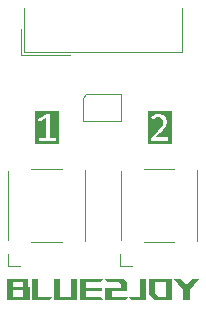
<source format=gbr>
G04 #@! TF.GenerationSoftware,KiCad,Pcbnew,9.0.2*
G04 #@! TF.CreationDate,2025-08-14T17:01:52+02:00*
G04 #@! TF.ProjectId,blue2joy,626c7565-326a-46f7-992e-6b696361645f,rev?*
G04 #@! TF.SameCoordinates,Original*
G04 #@! TF.FileFunction,Legend,Top*
G04 #@! TF.FilePolarity,Positive*
%FSLAX46Y46*%
G04 Gerber Fmt 4.6, Leading zero omitted, Abs format (unit mm)*
G04 Created by KiCad (PCBNEW 9.0.2) date 2025-08-14 17:01:52*
%MOMM*%
%LPD*%
G01*
G04 APERTURE LIST*
G04 Aperture macros list*
%AMRoundRect*
0 Rectangle with rounded corners*
0 $1 Rounding radius*
0 $2 $3 $4 $5 $6 $7 $8 $9 X,Y pos of 4 corners*
0 Add a 4 corners polygon primitive as box body*
4,1,4,$2,$3,$4,$5,$6,$7,$8,$9,$2,$3,0*
0 Add four circle primitives for the rounded corners*
1,1,$1+$1,$2,$3*
1,1,$1+$1,$4,$5*
1,1,$1+$1,$6,$7*
1,1,$1+$1,$8,$9*
0 Add four rect primitives between the rounded corners*
20,1,$1+$1,$2,$3,$4,$5,0*
20,1,$1+$1,$4,$5,$6,$7,0*
20,1,$1+$1,$6,$7,$8,$9,0*
20,1,$1+$1,$8,$9,$2,$3,0*%
%AMFreePoly0*
4,1,15,-0.616000,0.142500,-0.283500,0.475000,0.521000,0.475000,0.557355,0.467769,0.588175,0.447175,0.608769,0.416355,0.616000,0.380000,0.616000,-0.380000,0.608769,-0.416355,0.588175,-0.447175,0.557355,-0.467769,0.521000,-0.475000,-0.283500,-0.475000,-0.616000,-0.142500,-0.616000,0.142500,-0.616000,0.142500,$1*%
G04 Aperture macros list end*
%ADD10C,0.100000*%
%ADD11C,0.300000*%
%ADD12C,0.120000*%
%ADD13R,1.846667X3.480000*%
%ADD14R,1.400000X1.600000*%
%ADD15R,0.700000X0.700000*%
%ADD16RoundRect,0.095000X-0.921000X-0.380000X0.921000X-0.380000X0.921000X0.380000X-0.921000X0.380000X0*%
%ADD17RoundRect,0.095000X0.921000X0.380000X-0.921000X0.380000X-0.921000X-0.380000X0.921000X-0.380000X0*%
%ADD18FreePoly0,0.000000*%
%ADD19FreePoly0,180.000000*%
%ADD20C,1.700000*%
%ADD21RoundRect,0.110000X0.440000X-1.140000X0.440000X1.140000X-0.440000X1.140000X-0.440000X-1.140000X0*%
G04 APERTURE END LIST*
D10*
G36*
X5809232Y-9504778D02*
G01*
X3783334Y-9504778D01*
X3783334Y-8960775D01*
X4061112Y-8960775D01*
X4061112Y-9227000D01*
X5531454Y-9227000D01*
X5531454Y-8943678D01*
X4447015Y-8943678D01*
X4851695Y-8548462D01*
X5100212Y-8293534D01*
X5198523Y-8176086D01*
X5274388Y-8068372D01*
X5335544Y-7957920D01*
X5377733Y-7850233D01*
X5403139Y-7737704D01*
X5411927Y-7612402D01*
X5399289Y-7465182D01*
X5363231Y-7338544D01*
X5303915Y-7225590D01*
X5225692Y-7133228D01*
X5129452Y-7059760D01*
X5014880Y-7005000D01*
X4888388Y-6971940D01*
X4744228Y-6960426D01*
X4600277Y-6969880D01*
X4473299Y-6996962D01*
X4360767Y-7040415D01*
X4205558Y-7133610D01*
X4069660Y-7253212D01*
X4233608Y-7448912D01*
X4336281Y-7358009D01*
X4447015Y-7286795D01*
X4568431Y-7240130D01*
X4704844Y-7224208D01*
X4802883Y-7232853D01*
X4880852Y-7256723D01*
X4948151Y-7295640D01*
X5000378Y-7345566D01*
X5040215Y-7405915D01*
X5068613Y-7476389D01*
X5085255Y-7552122D01*
X5090901Y-7632704D01*
X5073804Y-7795278D01*
X5049609Y-7870413D01*
X5007095Y-7955258D01*
X4950748Y-8040345D01*
X4868792Y-8142561D01*
X4638288Y-8385583D01*
X4061112Y-8960775D01*
X3783334Y-8960775D01*
X3783334Y-6682648D01*
X5809232Y-6682648D01*
X5809232Y-9504778D01*
G37*
D11*
G36*
X-6370111Y-21603699D02*
G01*
X-6216458Y-21603699D01*
X-6216458Y-22693340D01*
X-8149213Y-22693340D01*
X-8149213Y-22433734D01*
X-7622527Y-22433734D01*
X-6743143Y-22433734D01*
X-6743143Y-21861766D01*
X-7622527Y-21861766D01*
X-7622527Y-22433734D01*
X-8149213Y-22433734D01*
X-8149213Y-21603699D01*
X-7622527Y-21603699D01*
X-6743143Y-21603699D01*
X-6743143Y-21190441D01*
X-7622527Y-21190441D01*
X-7622527Y-21603699D01*
X-8149213Y-21603699D01*
X-8149213Y-20930945D01*
X-6370111Y-20930945D01*
X-6370111Y-21603699D01*
G37*
G36*
X-5489408Y-22434504D02*
G01*
X-4300080Y-22434504D01*
X-4526823Y-22694000D01*
X-6016093Y-22694000D01*
X-6016093Y-20930065D01*
X-5489408Y-20930065D01*
X-5489408Y-22434504D01*
G37*
G36*
X-2686172Y-20930065D02*
G01*
X-2169598Y-20930065D01*
X-2169598Y-22694000D01*
X-4150273Y-22694000D01*
X-4150273Y-20930065D01*
X-3626116Y-20930065D01*
X-3626116Y-22434504D01*
X-2686172Y-22434504D01*
X-2686172Y-20930065D01*
G37*
G36*
X-1414192Y-22433734D02*
G01*
X-194528Y-22433734D01*
X32323Y-22693340D01*
X-1943295Y-22693340D01*
X-1943295Y-20929186D01*
X37379Y-20929186D01*
X-186945Y-21188682D01*
X-1414192Y-21188682D01*
X-1414192Y-21682614D01*
X-81102Y-21682614D01*
X-81102Y-21942440D01*
X-1414192Y-21942440D01*
X-1414192Y-22433734D01*
G37*
G36*
X2095650Y-22433734D02*
G01*
X1868797Y-22693340D01*
X198066Y-22693340D01*
X198066Y-21681076D01*
X1500931Y-21681076D01*
X1500931Y-21318265D01*
X1387505Y-21189781D01*
X359413Y-21189781D01*
X137616Y-20930175D01*
X1788234Y-20930175D01*
X2027616Y-21209894D01*
X2027616Y-21939912D01*
X732336Y-21939912D01*
X732336Y-22433734D01*
X2095650Y-22433734D01*
G37*
G36*
X3686917Y-22694000D02*
G01*
X2421971Y-22694000D01*
X2195118Y-22434504D01*
X3165287Y-22434504D01*
X3165287Y-20930065D01*
X3686917Y-20930065D01*
X3686917Y-22694000D01*
G37*
G36*
X5888839Y-22694000D02*
G01*
X4316367Y-22694000D01*
X3888051Y-22207541D01*
X3888051Y-22094005D01*
X4414736Y-22094005D01*
X4714569Y-22434504D01*
X5362154Y-22434504D01*
X5362154Y-21188682D01*
X4414736Y-21188682D01*
X4414736Y-22094005D01*
X3888051Y-22094005D01*
X3888051Y-20929186D01*
X5888839Y-20929186D01*
X5888839Y-22694000D01*
G37*
G36*
X6815484Y-21862426D02*
G01*
X6815484Y-22694000D01*
X7344698Y-22694000D01*
X7344698Y-21862426D01*
X8171215Y-20930065D01*
X7561329Y-20930065D01*
X7080036Y-21474336D01*
X6598743Y-20930065D01*
X5988967Y-20930065D01*
X6815484Y-21862426D01*
G37*
D10*
G36*
X-3734544Y-9504778D02*
G01*
X-5762273Y-9504778D01*
X-5762273Y-7351214D01*
X-5484495Y-7351214D01*
X-5375197Y-7605227D01*
X-4840610Y-7317020D01*
X-4840610Y-8951005D01*
X-5414428Y-8951005D01*
X-5414428Y-9227000D01*
X-4012322Y-9227000D01*
X-4012322Y-8951005D01*
X-4511035Y-8951005D01*
X-4511035Y-6979965D01*
X-4774054Y-6979965D01*
X-5484495Y-7351214D01*
X-5762273Y-7351214D01*
X-5762273Y-6702187D01*
X-3734544Y-6702187D01*
X-3734544Y-9504778D01*
G37*
D12*
X-6963333Y254000D02*
X-6963333Y-1986000D01*
X-6963333Y-1986000D02*
X-2770000Y-1986000D01*
X-6723333Y1994000D02*
X-6723333Y-1746000D01*
X-6723333Y-1746000D02*
X6723333Y-1746000D01*
X6723333Y-1746000D02*
X6723333Y1994000D01*
X-8050000Y-19796000D02*
X-8050000Y-18796000D01*
X-8000000Y-11796000D02*
X-8000000Y-17596000D01*
X-7050000Y-19796000D02*
X-8050000Y-19796000D01*
X-6050000Y-11596000D02*
X-3450000Y-11596000D01*
X-6050000Y-17796000D02*
X-3450000Y-17796000D01*
X-1500000Y-11696000D02*
X-1500000Y-17696000D01*
X-1701000Y-7585000D02*
X-1701000Y-5585000D01*
X-1701000Y-7585000D02*
X1499000Y-7585000D01*
X-1401000Y-5285000D02*
X-1701000Y-5585000D01*
X-1401000Y-5285000D02*
X1499000Y-5285000D01*
X1499000Y-5285000D02*
X1499000Y-7585000D01*
X1450000Y-19796000D02*
X1450000Y-18796000D01*
X1500000Y-11796000D02*
X1500000Y-17596000D01*
X2450000Y-19796000D02*
X1450000Y-19796000D01*
X3450000Y-11596000D02*
X6050000Y-11596000D01*
X3450000Y-17796000D02*
X6050000Y-17796000D01*
X8000000Y-11696000D02*
X8000000Y-17696000D01*
%LPC*%
D13*
X-5540000Y254000D03*
X-2770000Y254000D03*
X0Y254000D03*
X2770000Y254000D03*
X5540000Y254000D03*
D14*
X-7000000Y-18696000D03*
X-7000000Y-10696000D03*
X-2500000Y-18696000D03*
X-2500000Y-10696000D03*
D15*
X-1016000Y-5885000D03*
X-1016000Y-6985000D03*
X814000Y-6985000D03*
X814000Y-5885000D03*
D14*
X2500000Y-18696000D03*
X2500000Y-10696000D03*
X7000000Y-18696000D03*
X7000000Y-10696000D03*
D16*
X8161500Y-41727823D03*
X8161500Y-39187823D03*
X8161500Y-36647823D03*
X8161500Y-34107823D03*
X8161500Y-31567823D03*
X8161500Y-29027823D03*
X8161500Y-26487823D03*
D17*
X-8348500Y-26487823D03*
X-8348500Y-29027823D03*
X-8348500Y-31567823D03*
X-8348500Y-34107823D03*
X-8348500Y-36647823D03*
X-8348500Y-39187823D03*
X-8348500Y-41727823D03*
D18*
X8561500Y-40457823D03*
X8561500Y-37917823D03*
X8561500Y-35377823D03*
X8561500Y-32837823D03*
X8561500Y-30297823D03*
X8561500Y-27757823D03*
D19*
X-8748500Y-27757823D03*
X-8748500Y-30297823D03*
X-8748500Y-32837823D03*
D20*
X1176500Y-42680323D03*
X-1363500Y-42680323D03*
X1176500Y-40140323D03*
X-1363500Y-40140323D03*
D21*
X900488Y-28590000D03*
X-1099512Y-28590000D03*
%LPD*%
M02*

</source>
